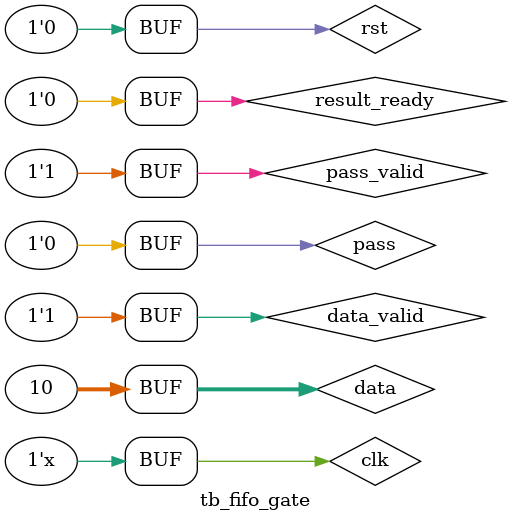
<source format=v>
module tb_fifo_gate;

    parameter DATA_WIDTH = 32;

    reg clk;
    reg rst; 
    reg [DATA_WIDTH-1:0]  data;
    reg                   data_valid;
    wire                  data_ready;
    reg                   pass;
    reg                   pass_valid;
    wire                  pass_ready;
    wire [DATA_WIDTH-1:0] result;
    wire                  result_valid;
    reg                   result_ready;

    fifo_gate #(
        .DATA_WIDTH(DATA_WIDTH) 
    ) uut (
        .clk         (clk         ),
        .rst         (rst         ),
        .data        (data        ),
        .data_valid  (data_valid  ),
        .data_ready  (data_ready  ),
        .pass        (pass        ),
        .pass_valid  (pass_valid  ),
        .pass_ready  (pass_ready  ),
        .result      (result      ),
        .result_valid(result_valid),
        .result_ready(result_ready)
    ); 

    always 
        #1 clk <= ~clk;

    initial begin
        clk              <= 0;
        rst              <= 1;

        data             <= 10;
        data_valid       <= 0;

        pass             <= 0;
        pass_valid       <= 0;

        result_ready     <= 0;

        #10 rst          <= 0;

        #10 data_valid   <= 1;
        #10 pass_valid   <= 1;
        #10 result_ready <= 1;

        #20 pass         <= 1;

        #20 pass         <= 0;
        #20 result_ready <= 0;
    end

endmodule

</source>
